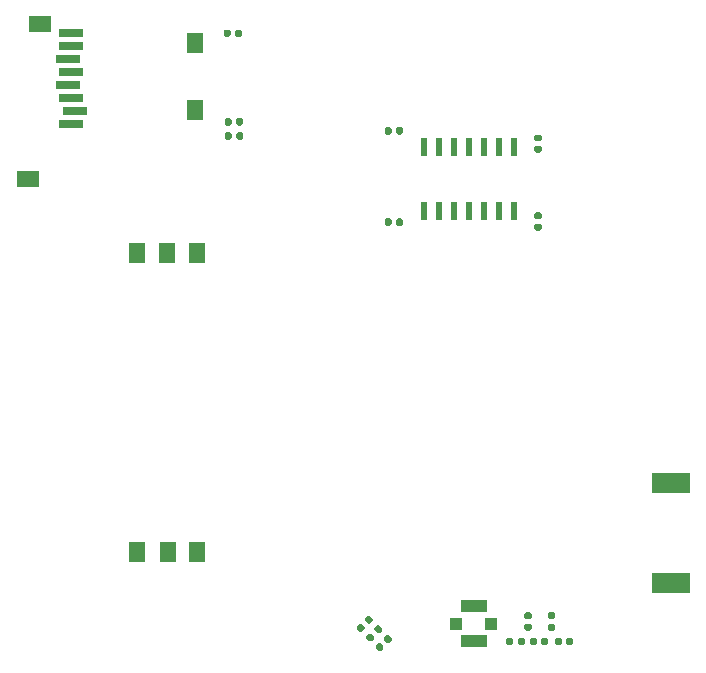
<source format=gbr>
G04 #@! TF.GenerationSoftware,KiCad,Pcbnew,5.1.6+dfsg1-1~bpo10+1*
G04 #@! TF.CreationDate,2021-06-19T16:41:40-04:00*
G04 #@! TF.ProjectId,RUSP_Daughterboard,52555350-5f44-4617-9567-68746572626f,rev?*
G04 #@! TF.SameCoordinates,Original*
G04 #@! TF.FileFunction,Paste,Top*
G04 #@! TF.FilePolarity,Positive*
%FSLAX46Y46*%
G04 Gerber Fmt 4.6, Leading zero omitted, Abs format (unit mm)*
G04 Created by KiCad (PCBNEW 5.1.6+dfsg1-1~bpo10+1) date 2021-06-19 16:41:40*
%MOMM*%
%LPD*%
G01*
G04 APERTURE LIST*
%ADD10R,3.200000X1.700000*%
%ADD11R,2.200000X1.050000*%
%ADD12R,1.000000X1.000000*%
%ADD13R,1.400000X1.800000*%
%ADD14R,2.000000X0.800000*%
%ADD15R,1.900000X1.400000*%
%ADD16R,0.600000X1.500000*%
G04 APERTURE END LIST*
D10*
X173700000Y-109050000D03*
X173700000Y-117550000D03*
G36*
G01*
X162277500Y-86170000D02*
X162622500Y-86170000D01*
G75*
G02*
X162770000Y-86317500I0J-147500D01*
G01*
X162770000Y-86612500D01*
G75*
G02*
X162622500Y-86760000I-147500J0D01*
G01*
X162277500Y-86760000D01*
G75*
G02*
X162130000Y-86612500I0J147500D01*
G01*
X162130000Y-86317500D01*
G75*
G02*
X162277500Y-86170000I147500J0D01*
G01*
G37*
G36*
G01*
X162277500Y-87140000D02*
X162622500Y-87140000D01*
G75*
G02*
X162770000Y-87287500I0J-147500D01*
G01*
X162770000Y-87582500D01*
G75*
G02*
X162622500Y-87730000I-147500J0D01*
G01*
X162277500Y-87730000D01*
G75*
G02*
X162130000Y-87582500I0J147500D01*
G01*
X162130000Y-87287500D01*
G75*
G02*
X162277500Y-87140000I147500J0D01*
G01*
G37*
G36*
G01*
X162277500Y-80540000D02*
X162622500Y-80540000D01*
G75*
G02*
X162770000Y-80687500I0J-147500D01*
G01*
X162770000Y-80982500D01*
G75*
G02*
X162622500Y-81130000I-147500J0D01*
G01*
X162277500Y-81130000D01*
G75*
G02*
X162130000Y-80982500I0J147500D01*
G01*
X162130000Y-80687500D01*
G75*
G02*
X162277500Y-80540000I147500J0D01*
G01*
G37*
G36*
G01*
X162277500Y-79570000D02*
X162622500Y-79570000D01*
G75*
G02*
X162770000Y-79717500I0J-147500D01*
G01*
X162770000Y-80012500D01*
G75*
G02*
X162622500Y-80160000I-147500J0D01*
G01*
X162277500Y-80160000D01*
G75*
G02*
X162130000Y-80012500I0J147500D01*
G01*
X162130000Y-79717500D01*
G75*
G02*
X162277500Y-79570000I147500J0D01*
G01*
G37*
G36*
G01*
X163772500Y-121580000D02*
X163427500Y-121580000D01*
G75*
G02*
X163280000Y-121432500I0J147500D01*
G01*
X163280000Y-121137500D01*
G75*
G02*
X163427500Y-120990000I147500J0D01*
G01*
X163772500Y-120990000D01*
G75*
G02*
X163920000Y-121137500I0J-147500D01*
G01*
X163920000Y-121432500D01*
G75*
G02*
X163772500Y-121580000I-147500J0D01*
G01*
G37*
G36*
G01*
X163772500Y-120610000D02*
X163427500Y-120610000D01*
G75*
G02*
X163280000Y-120462500I0J147500D01*
G01*
X163280000Y-120167500D01*
G75*
G02*
X163427500Y-120020000I147500J0D01*
G01*
X163772500Y-120020000D01*
G75*
G02*
X163920000Y-120167500I0J-147500D01*
G01*
X163920000Y-120462500D01*
G75*
G02*
X163772500Y-120610000I-147500J0D01*
G01*
G37*
D11*
X157000000Y-122475000D03*
X157000000Y-119525000D03*
D12*
X155500000Y-121000000D03*
X158500000Y-121000000D03*
G36*
G01*
X161330000Y-122327500D02*
X161330000Y-122672500D01*
G75*
G02*
X161182500Y-122820000I-147500J0D01*
G01*
X160887500Y-122820000D01*
G75*
G02*
X160740000Y-122672500I0J147500D01*
G01*
X160740000Y-122327500D01*
G75*
G02*
X160887500Y-122180000I147500J0D01*
G01*
X161182500Y-122180000D01*
G75*
G02*
X161330000Y-122327500I0J-147500D01*
G01*
G37*
G36*
G01*
X160360000Y-122327500D02*
X160360000Y-122672500D01*
G75*
G02*
X160212500Y-122820000I-147500J0D01*
G01*
X159917500Y-122820000D01*
G75*
G02*
X159770000Y-122672500I0J147500D01*
G01*
X159770000Y-122327500D01*
G75*
G02*
X159917500Y-122180000I147500J0D01*
G01*
X160212500Y-122180000D01*
G75*
G02*
X160360000Y-122327500I0J-147500D01*
G01*
G37*
G36*
G01*
X163330000Y-122327500D02*
X163330000Y-122672500D01*
G75*
G02*
X163182500Y-122820000I-147500J0D01*
G01*
X162887500Y-122820000D01*
G75*
G02*
X162740000Y-122672500I0J147500D01*
G01*
X162740000Y-122327500D01*
G75*
G02*
X162887500Y-122180000I147500J0D01*
G01*
X163182500Y-122180000D01*
G75*
G02*
X163330000Y-122327500I0J-147500D01*
G01*
G37*
G36*
G01*
X162360000Y-122327500D02*
X162360000Y-122672500D01*
G75*
G02*
X162212500Y-122820000I-147500J0D01*
G01*
X161917500Y-122820000D01*
G75*
G02*
X161770000Y-122672500I0J147500D01*
G01*
X161770000Y-122327500D01*
G75*
G02*
X161917500Y-122180000I147500J0D01*
G01*
X162212500Y-122180000D01*
G75*
G02*
X162360000Y-122327500I0J-147500D01*
G01*
G37*
G36*
G01*
X149123674Y-122642375D02*
X149367625Y-122886327D01*
G75*
G02*
X149367625Y-123094923I-104298J-104298D01*
G01*
X149159029Y-123303519D01*
G75*
G02*
X148950433Y-123303519I-104298J104298D01*
G01*
X148706481Y-123059567D01*
G75*
G02*
X148706481Y-122850971I104298J104298D01*
G01*
X148915077Y-122642375D01*
G75*
G02*
X149123673Y-122642375I104298J-104298D01*
G01*
G37*
G36*
G01*
X149809568Y-121956481D02*
X150053519Y-122200433D01*
G75*
G02*
X150053519Y-122409029I-104298J-104298D01*
G01*
X149844923Y-122617625D01*
G75*
G02*
X149636327Y-122617625I-104298J104298D01*
G01*
X149392375Y-122373673D01*
G75*
G02*
X149392375Y-122165077I104298J104298D01*
G01*
X149600971Y-121956481D01*
G75*
G02*
X149809567Y-121956481I104298J-104298D01*
G01*
G37*
G36*
G01*
X148209568Y-120326481D02*
X148453519Y-120570433D01*
G75*
G02*
X148453519Y-120779029I-104298J-104298D01*
G01*
X148244923Y-120987625D01*
G75*
G02*
X148036327Y-120987625I-104298J104298D01*
G01*
X147792375Y-120743673D01*
G75*
G02*
X147792375Y-120535077I104298J104298D01*
G01*
X148000971Y-120326481D01*
G75*
G02*
X148209567Y-120326481I104298J-104298D01*
G01*
G37*
G36*
G01*
X147523674Y-121012375D02*
X147767625Y-121256327D01*
G75*
G02*
X147767625Y-121464923I-104298J-104298D01*
G01*
X147559029Y-121673519D01*
G75*
G02*
X147350433Y-121673519I-104298J104298D01*
G01*
X147106481Y-121429567D01*
G75*
G02*
X147106481Y-121220971I104298J104298D01*
G01*
X147315077Y-121012375D01*
G75*
G02*
X147523673Y-121012375I104298J-104298D01*
G01*
G37*
G36*
G01*
X150060000Y-79077500D02*
X150060000Y-79422500D01*
G75*
G02*
X149912500Y-79570000I-147500J0D01*
G01*
X149617500Y-79570000D01*
G75*
G02*
X149470000Y-79422500I0J147500D01*
G01*
X149470000Y-79077500D01*
G75*
G02*
X149617500Y-78930000I147500J0D01*
G01*
X149912500Y-78930000D01*
G75*
G02*
X150060000Y-79077500I0J-147500D01*
G01*
G37*
G36*
G01*
X151030000Y-79077500D02*
X151030000Y-79422500D01*
G75*
G02*
X150882500Y-79570000I-147500J0D01*
G01*
X150587500Y-79570000D01*
G75*
G02*
X150440000Y-79422500I0J147500D01*
G01*
X150440000Y-79077500D01*
G75*
G02*
X150587500Y-78930000I147500J0D01*
G01*
X150882500Y-78930000D01*
G75*
G02*
X151030000Y-79077500I0J-147500D01*
G01*
G37*
G36*
G01*
X151030000Y-86827500D02*
X151030000Y-87172500D01*
G75*
G02*
X150882500Y-87320000I-147500J0D01*
G01*
X150587500Y-87320000D01*
G75*
G02*
X150440000Y-87172500I0J147500D01*
G01*
X150440000Y-86827500D01*
G75*
G02*
X150587500Y-86680000I147500J0D01*
G01*
X150882500Y-86680000D01*
G75*
G02*
X151030000Y-86827500I0J-147500D01*
G01*
G37*
G36*
G01*
X150060000Y-86827500D02*
X150060000Y-87172500D01*
G75*
G02*
X149912500Y-87320000I-147500J0D01*
G01*
X149617500Y-87320000D01*
G75*
G02*
X149470000Y-87172500I0J147500D01*
G01*
X149470000Y-86827500D01*
G75*
G02*
X149617500Y-86680000I147500J0D01*
G01*
X149912500Y-86680000D01*
G75*
G02*
X150060000Y-86827500I0J-147500D01*
G01*
G37*
G36*
G01*
X149019568Y-121136481D02*
X149263519Y-121380433D01*
G75*
G02*
X149263519Y-121589029I-104298J-104298D01*
G01*
X149054923Y-121797625D01*
G75*
G02*
X148846327Y-121797625I-104298J104298D01*
G01*
X148602375Y-121553673D01*
G75*
G02*
X148602375Y-121345077I104298J104298D01*
G01*
X148810971Y-121136481D01*
G75*
G02*
X149019567Y-121136481I104298J-104298D01*
G01*
G37*
G36*
G01*
X148333674Y-121822375D02*
X148577625Y-122066327D01*
G75*
G02*
X148577625Y-122274923I-104298J-104298D01*
G01*
X148369029Y-122483519D01*
G75*
G02*
X148160433Y-122483519I-104298J104298D01*
G01*
X147916481Y-122239567D01*
G75*
G02*
X147916481Y-122030971I104298J104298D01*
G01*
X148125077Y-121822375D01*
G75*
G02*
X148333673Y-121822375I104298J-104298D01*
G01*
G37*
D13*
X133560000Y-114886500D03*
X131083500Y-114886500D03*
X128480000Y-114886500D03*
X133560000Y-89613500D03*
X131020000Y-89613500D03*
X128480000Y-89613500D03*
D14*
X122875000Y-78690000D03*
X123275000Y-77590000D03*
X122875000Y-76490000D03*
X122675000Y-75390000D03*
X122875000Y-74290000D03*
X122675000Y-73190000D03*
X122875000Y-72090000D03*
X122875000Y-70990000D03*
D13*
X133425000Y-71800000D03*
X133425000Y-77500000D03*
D15*
X120275000Y-70200000D03*
X119275000Y-83350000D03*
G36*
G01*
X137480000Y-78327500D02*
X137480000Y-78672500D01*
G75*
G02*
X137332500Y-78820000I-147500J0D01*
G01*
X137037500Y-78820000D01*
G75*
G02*
X136890000Y-78672500I0J147500D01*
G01*
X136890000Y-78327500D01*
G75*
G02*
X137037500Y-78180000I147500J0D01*
G01*
X137332500Y-78180000D01*
G75*
G02*
X137480000Y-78327500I0J-147500D01*
G01*
G37*
G36*
G01*
X136510000Y-78327500D02*
X136510000Y-78672500D01*
G75*
G02*
X136362500Y-78820000I-147500J0D01*
G01*
X136067500Y-78820000D01*
G75*
G02*
X135920000Y-78672500I0J147500D01*
G01*
X135920000Y-78327500D01*
G75*
G02*
X136067500Y-78180000I147500J0D01*
G01*
X136362500Y-78180000D01*
G75*
G02*
X136510000Y-78327500I0J-147500D01*
G01*
G37*
G36*
G01*
X136425000Y-70827500D02*
X136425000Y-71172500D01*
G75*
G02*
X136277500Y-71320000I-147500J0D01*
G01*
X135982500Y-71320000D01*
G75*
G02*
X135835000Y-71172500I0J147500D01*
G01*
X135835000Y-70827500D01*
G75*
G02*
X135982500Y-70680000I147500J0D01*
G01*
X136277500Y-70680000D01*
G75*
G02*
X136425000Y-70827500I0J-147500D01*
G01*
G37*
G36*
G01*
X137395000Y-70827500D02*
X137395000Y-71172500D01*
G75*
G02*
X137247500Y-71320000I-147500J0D01*
G01*
X136952500Y-71320000D01*
G75*
G02*
X136805000Y-71172500I0J147500D01*
G01*
X136805000Y-70827500D01*
G75*
G02*
X136952500Y-70680000I147500J0D01*
G01*
X137247500Y-70680000D01*
G75*
G02*
X137395000Y-70827500I0J-147500D01*
G01*
G37*
G36*
G01*
X137480000Y-79527500D02*
X137480000Y-79872500D01*
G75*
G02*
X137332500Y-80020000I-147500J0D01*
G01*
X137037500Y-80020000D01*
G75*
G02*
X136890000Y-79872500I0J147500D01*
G01*
X136890000Y-79527500D01*
G75*
G02*
X137037500Y-79380000I147500J0D01*
G01*
X137332500Y-79380000D01*
G75*
G02*
X137480000Y-79527500I0J-147500D01*
G01*
G37*
G36*
G01*
X136510000Y-79527500D02*
X136510000Y-79872500D01*
G75*
G02*
X136362500Y-80020000I-147500J0D01*
G01*
X136067500Y-80020000D01*
G75*
G02*
X135920000Y-79872500I0J147500D01*
G01*
X135920000Y-79527500D01*
G75*
G02*
X136067500Y-79380000I147500J0D01*
G01*
X136362500Y-79380000D01*
G75*
G02*
X136510000Y-79527500I0J-147500D01*
G01*
G37*
D16*
X152840000Y-86050000D03*
X154110000Y-86050000D03*
X155380000Y-86050000D03*
X156650000Y-86050000D03*
X157920000Y-86050000D03*
X159190000Y-86050000D03*
X160460000Y-86050000D03*
X160460000Y-80650000D03*
X159190000Y-80650000D03*
X157920000Y-80650000D03*
X156650000Y-80650000D03*
X155380000Y-80650000D03*
X154110000Y-80650000D03*
X152840000Y-80650000D03*
G36*
G01*
X161772500Y-121580000D02*
X161427500Y-121580000D01*
G75*
G02*
X161280000Y-121432500I0J147500D01*
G01*
X161280000Y-121137500D01*
G75*
G02*
X161427500Y-120990000I147500J0D01*
G01*
X161772500Y-120990000D01*
G75*
G02*
X161920000Y-121137500I0J-147500D01*
G01*
X161920000Y-121432500D01*
G75*
G02*
X161772500Y-121580000I-147500J0D01*
G01*
G37*
G36*
G01*
X161772500Y-120610000D02*
X161427500Y-120610000D01*
G75*
G02*
X161280000Y-120462500I0J147500D01*
G01*
X161280000Y-120167500D01*
G75*
G02*
X161427500Y-120020000I147500J0D01*
G01*
X161772500Y-120020000D01*
G75*
G02*
X161920000Y-120167500I0J-147500D01*
G01*
X161920000Y-120462500D01*
G75*
G02*
X161772500Y-120610000I-147500J0D01*
G01*
G37*
G36*
G01*
X164460000Y-122327500D02*
X164460000Y-122672500D01*
G75*
G02*
X164312500Y-122820000I-147500J0D01*
G01*
X164017500Y-122820000D01*
G75*
G02*
X163870000Y-122672500I0J147500D01*
G01*
X163870000Y-122327500D01*
G75*
G02*
X164017500Y-122180000I147500J0D01*
G01*
X164312500Y-122180000D01*
G75*
G02*
X164460000Y-122327500I0J-147500D01*
G01*
G37*
G36*
G01*
X165430000Y-122327500D02*
X165430000Y-122672500D01*
G75*
G02*
X165282500Y-122820000I-147500J0D01*
G01*
X164987500Y-122820000D01*
G75*
G02*
X164840000Y-122672500I0J147500D01*
G01*
X164840000Y-122327500D01*
G75*
G02*
X164987500Y-122180000I147500J0D01*
G01*
X165282500Y-122180000D01*
G75*
G02*
X165430000Y-122327500I0J-147500D01*
G01*
G37*
M02*

</source>
